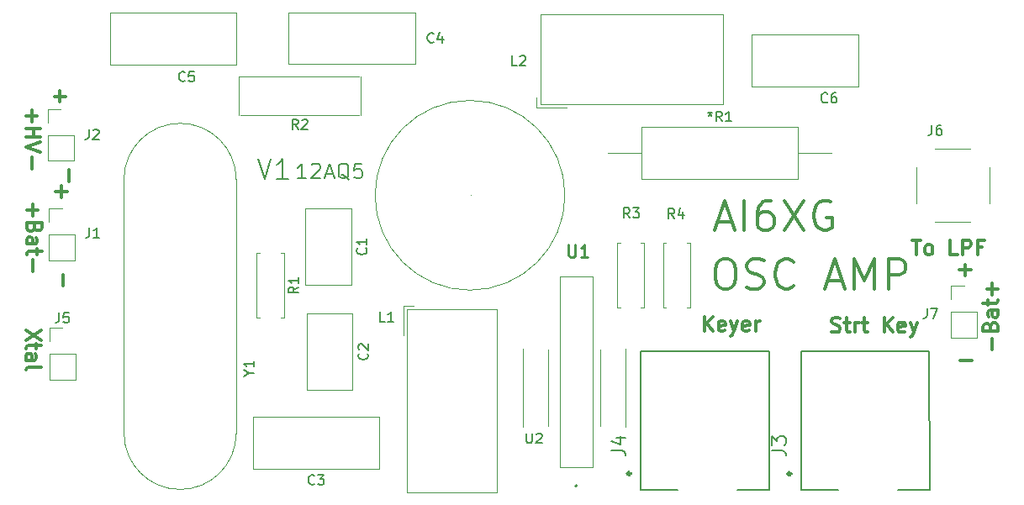
<source format=gbr>
%TF.GenerationSoftware,KiCad,Pcbnew,(6.0.7)*%
%TF.CreationDate,2022-09-09T14:56:33-07:00*%
%TF.ProjectId,12AQ5 osc amp,31324151-3520-46f7-9363-20616d702e6b,rev?*%
%TF.SameCoordinates,Original*%
%TF.FileFunction,Legend,Top*%
%TF.FilePolarity,Positive*%
%FSLAX46Y46*%
G04 Gerber Fmt 4.6, Leading zero omitted, Abs format (unit mm)*
G04 Created by KiCad (PCBNEW (6.0.7)) date 2022-09-09 14:56:33*
%MOMM*%
%LPD*%
G01*
G04 APERTURE LIST*
%ADD10C,0.300000*%
%ADD11C,0.150000*%
%ADD12C,0.254000*%
%ADD13C,0.200000*%
%ADD14C,0.120000*%
%ADD15C,0.100000*%
%ADD16C,0.127000*%
%ADD17C,0.340000*%
G04 APERTURE END LIST*
D10*
X113971428Y-135128571D02*
X114828571Y-135128571D01*
X114400000Y-136628571D02*
X114400000Y-135128571D01*
X115542857Y-136628571D02*
X115400000Y-136557142D01*
X115328571Y-136485714D01*
X115257142Y-136342857D01*
X115257142Y-135914285D01*
X115328571Y-135771428D01*
X115400000Y-135700000D01*
X115542857Y-135628571D01*
X115757142Y-135628571D01*
X115900000Y-135700000D01*
X115971428Y-135771428D01*
X116042857Y-135914285D01*
X116042857Y-136342857D01*
X115971428Y-136485714D01*
X115900000Y-136557142D01*
X115757142Y-136628571D01*
X115542857Y-136628571D01*
X118542857Y-136628571D02*
X117828571Y-136628571D01*
X117828571Y-135128571D01*
X119042857Y-136628571D02*
X119042857Y-135128571D01*
X119614285Y-135128571D01*
X119757142Y-135200000D01*
X119828571Y-135271428D01*
X119900000Y-135414285D01*
X119900000Y-135628571D01*
X119828571Y-135771428D01*
X119757142Y-135842857D01*
X119614285Y-135914285D01*
X119042857Y-135914285D01*
X121042857Y-135842857D02*
X120542857Y-135842857D01*
X120542857Y-136628571D02*
X120542857Y-135128571D01*
X121257142Y-135128571D01*
D11*
X52921428Y-128928571D02*
X52064285Y-128928571D01*
X52492857Y-128928571D02*
X52492857Y-127428571D01*
X52350000Y-127642857D01*
X52207142Y-127785714D01*
X52064285Y-127857142D01*
X53492857Y-127571428D02*
X53564285Y-127500000D01*
X53707142Y-127428571D01*
X54064285Y-127428571D01*
X54207142Y-127500000D01*
X54278571Y-127571428D01*
X54350000Y-127714285D01*
X54350000Y-127857142D01*
X54278571Y-128071428D01*
X53421428Y-128928571D01*
X54350000Y-128928571D01*
X54921428Y-128500000D02*
X55635714Y-128500000D01*
X54778571Y-128928571D02*
X55278571Y-127428571D01*
X55778571Y-128928571D01*
X57278571Y-129071428D02*
X57135714Y-129000000D01*
X56992857Y-128857142D01*
X56778571Y-128642857D01*
X56635714Y-128571428D01*
X56492857Y-128571428D01*
X56564285Y-128928571D02*
X56421428Y-128857142D01*
X56278571Y-128714285D01*
X56207142Y-128428571D01*
X56207142Y-127928571D01*
X56278571Y-127642857D01*
X56421428Y-127500000D01*
X56564285Y-127428571D01*
X56850000Y-127428571D01*
X56992857Y-127500000D01*
X57135714Y-127642857D01*
X57207142Y-127928571D01*
X57207142Y-128428571D01*
X57135714Y-128714285D01*
X56992857Y-128857142D01*
X56850000Y-128928571D01*
X56564285Y-128928571D01*
X58564285Y-127428571D02*
X57850000Y-127428571D01*
X57778571Y-128142857D01*
X57850000Y-128071428D01*
X57992857Y-128000000D01*
X58350000Y-128000000D01*
X58492857Y-128071428D01*
X58564285Y-128142857D01*
X58635714Y-128285714D01*
X58635714Y-128642857D01*
X58564285Y-128785714D01*
X58492857Y-128857142D01*
X58350000Y-128928571D01*
X57992857Y-128928571D01*
X57850000Y-128857142D01*
X57778571Y-128785714D01*
D10*
X118828571Y-147257142D02*
X119971428Y-147257142D01*
X25392857Y-131542857D02*
X25392857Y-132685714D01*
X24821428Y-132114285D02*
X25964285Y-132114285D01*
X25607142Y-133900000D02*
X25535714Y-134114285D01*
X25464285Y-134185714D01*
X25321428Y-134257142D01*
X25107142Y-134257142D01*
X24964285Y-134185714D01*
X24892857Y-134114285D01*
X24821428Y-133971428D01*
X24821428Y-133400000D01*
X26321428Y-133400000D01*
X26321428Y-133900000D01*
X26250000Y-134042857D01*
X26178571Y-134114285D01*
X26035714Y-134185714D01*
X25892857Y-134185714D01*
X25750000Y-134114285D01*
X25678571Y-134042857D01*
X25607142Y-133900000D01*
X25607142Y-133400000D01*
X24821428Y-135542857D02*
X25607142Y-135542857D01*
X25750000Y-135471428D01*
X25821428Y-135328571D01*
X25821428Y-135042857D01*
X25750000Y-134900000D01*
X24892857Y-135542857D02*
X24821428Y-135400000D01*
X24821428Y-135042857D01*
X24892857Y-134900000D01*
X25035714Y-134828571D01*
X25178571Y-134828571D01*
X25321428Y-134900000D01*
X25392857Y-135042857D01*
X25392857Y-135400000D01*
X25464285Y-135542857D01*
X25821428Y-136042857D02*
X25821428Y-136614285D01*
X26321428Y-136257142D02*
X25035714Y-136257142D01*
X24892857Y-136328571D01*
X24821428Y-136471428D01*
X24821428Y-136614285D01*
X25392857Y-137114285D02*
X25392857Y-138257142D01*
X93035714Y-144328571D02*
X93035714Y-142828571D01*
X93892857Y-144328571D02*
X93250000Y-143471428D01*
X93892857Y-142828571D02*
X93035714Y-143685714D01*
X95107142Y-144257142D02*
X94964285Y-144328571D01*
X94678571Y-144328571D01*
X94535714Y-144257142D01*
X94464285Y-144114285D01*
X94464285Y-143542857D01*
X94535714Y-143400000D01*
X94678571Y-143328571D01*
X94964285Y-143328571D01*
X95107142Y-143400000D01*
X95178571Y-143542857D01*
X95178571Y-143685714D01*
X94464285Y-143828571D01*
X95678571Y-143328571D02*
X96035714Y-144328571D01*
X96392857Y-143328571D02*
X96035714Y-144328571D01*
X95892857Y-144685714D01*
X95821428Y-144757142D01*
X95678571Y-144828571D01*
X97535714Y-144257142D02*
X97392857Y-144328571D01*
X97107142Y-144328571D01*
X96964285Y-144257142D01*
X96892857Y-144114285D01*
X96892857Y-143542857D01*
X96964285Y-143400000D01*
X97107142Y-143328571D01*
X97392857Y-143328571D01*
X97535714Y-143400000D01*
X97607142Y-143542857D01*
X97607142Y-143685714D01*
X96892857Y-143828571D01*
X98250000Y-144328571D02*
X98250000Y-143328571D01*
X98250000Y-143614285D02*
X98321428Y-143471428D01*
X98392857Y-143400000D01*
X98535714Y-143328571D01*
X98678571Y-143328571D01*
X122057142Y-146207142D02*
X122057142Y-145064285D01*
X121842857Y-143850000D02*
X121914285Y-143635714D01*
X121985714Y-143564285D01*
X122128571Y-143492857D01*
X122342857Y-143492857D01*
X122485714Y-143564285D01*
X122557142Y-143635714D01*
X122628571Y-143778571D01*
X122628571Y-144350000D01*
X121128571Y-144350000D01*
X121128571Y-143850000D01*
X121200000Y-143707142D01*
X121271428Y-143635714D01*
X121414285Y-143564285D01*
X121557142Y-143564285D01*
X121700000Y-143635714D01*
X121771428Y-143707142D01*
X121842857Y-143850000D01*
X121842857Y-144350000D01*
X122628571Y-142207142D02*
X121842857Y-142207142D01*
X121700000Y-142278571D01*
X121628571Y-142421428D01*
X121628571Y-142707142D01*
X121700000Y-142850000D01*
X122557142Y-142207142D02*
X122628571Y-142350000D01*
X122628571Y-142707142D01*
X122557142Y-142850000D01*
X122414285Y-142921428D01*
X122271428Y-142921428D01*
X122128571Y-142850000D01*
X122057142Y-142707142D01*
X122057142Y-142350000D01*
X121985714Y-142207142D01*
X121628571Y-141707142D02*
X121628571Y-141135714D01*
X121128571Y-141492857D02*
X122414285Y-141492857D01*
X122557142Y-141421428D01*
X122628571Y-141278571D01*
X122628571Y-141135714D01*
X122057142Y-140635714D02*
X122057142Y-139492857D01*
X122628571Y-140064285D02*
X121485714Y-140064285D01*
X27578571Y-120657142D02*
X28721428Y-120657142D01*
X28150000Y-121228571D02*
X28150000Y-120085714D01*
X25292857Y-122071428D02*
X25292857Y-123214285D01*
X24721428Y-122642857D02*
X25864285Y-122642857D01*
X24721428Y-123928571D02*
X26221428Y-123928571D01*
X25507142Y-123928571D02*
X25507142Y-124785714D01*
X24721428Y-124785714D02*
X26221428Y-124785714D01*
X26221428Y-125285714D02*
X24721428Y-125785714D01*
X26221428Y-126285714D01*
X25292857Y-126785714D02*
X25292857Y-127928571D01*
X94892857Y-137057142D02*
X95464285Y-137057142D01*
X95750000Y-137200000D01*
X96035714Y-137485714D01*
X96178571Y-138057142D01*
X96178571Y-139057142D01*
X96035714Y-139628571D01*
X95750000Y-139914285D01*
X95464285Y-140057142D01*
X94892857Y-140057142D01*
X94607142Y-139914285D01*
X94321428Y-139628571D01*
X94178571Y-139057142D01*
X94178571Y-138057142D01*
X94321428Y-137485714D01*
X94607142Y-137200000D01*
X94892857Y-137057142D01*
X97321428Y-139914285D02*
X97750000Y-140057142D01*
X98464285Y-140057142D01*
X98750000Y-139914285D01*
X98892857Y-139771428D01*
X99035714Y-139485714D01*
X99035714Y-139200000D01*
X98892857Y-138914285D01*
X98750000Y-138771428D01*
X98464285Y-138628571D01*
X97892857Y-138485714D01*
X97607142Y-138342857D01*
X97464285Y-138200000D01*
X97321428Y-137914285D01*
X97321428Y-137628571D01*
X97464285Y-137342857D01*
X97607142Y-137200000D01*
X97892857Y-137057142D01*
X98607142Y-137057142D01*
X99035714Y-137200000D01*
X102035714Y-139771428D02*
X101892857Y-139914285D01*
X101464285Y-140057142D01*
X101178571Y-140057142D01*
X100750000Y-139914285D01*
X100464285Y-139628571D01*
X100321428Y-139342857D01*
X100178571Y-138771428D01*
X100178571Y-138342857D01*
X100321428Y-137771428D01*
X100464285Y-137485714D01*
X100750000Y-137200000D01*
X101178571Y-137057142D01*
X101464285Y-137057142D01*
X101892857Y-137200000D01*
X102035714Y-137342857D01*
X105464285Y-139200000D02*
X106892857Y-139200000D01*
X105178571Y-140057142D02*
X106178571Y-137057142D01*
X107178571Y-140057142D01*
X108178571Y-140057142D02*
X108178571Y-137057142D01*
X109178571Y-139200000D01*
X110178571Y-137057142D01*
X110178571Y-140057142D01*
X111607142Y-140057142D02*
X111607142Y-137057142D01*
X112750000Y-137057142D01*
X113035714Y-137200000D01*
X113178571Y-137342857D01*
X113321428Y-137628571D01*
X113321428Y-138057142D01*
X113178571Y-138342857D01*
X113035714Y-138485714D01*
X112750000Y-138628571D01*
X111607142Y-138628571D01*
X29057142Y-129221428D02*
X29057142Y-128078571D01*
X94364285Y-133300000D02*
X95792857Y-133300000D01*
X94078571Y-134157142D02*
X95078571Y-131157142D01*
X96078571Y-134157142D01*
X97078571Y-134157142D02*
X97078571Y-131157142D01*
X99792857Y-131157142D02*
X99221428Y-131157142D01*
X98935714Y-131300000D01*
X98792857Y-131442857D01*
X98507142Y-131871428D01*
X98364285Y-132442857D01*
X98364285Y-133585714D01*
X98507142Y-133871428D01*
X98650000Y-134014285D01*
X98935714Y-134157142D01*
X99507142Y-134157142D01*
X99792857Y-134014285D01*
X99935714Y-133871428D01*
X100078571Y-133585714D01*
X100078571Y-132871428D01*
X99935714Y-132585714D01*
X99792857Y-132442857D01*
X99507142Y-132300000D01*
X98935714Y-132300000D01*
X98650000Y-132442857D01*
X98507142Y-132585714D01*
X98364285Y-132871428D01*
X101078571Y-131157142D02*
X103078571Y-134157142D01*
X103078571Y-131157142D02*
X101078571Y-134157142D01*
X105792857Y-131300000D02*
X105507142Y-131157142D01*
X105078571Y-131157142D01*
X104650000Y-131300000D01*
X104364285Y-131585714D01*
X104221428Y-131871428D01*
X104078571Y-132442857D01*
X104078571Y-132871428D01*
X104221428Y-133442857D01*
X104364285Y-133728571D01*
X104650000Y-134014285D01*
X105078571Y-134157142D01*
X105364285Y-134157142D01*
X105792857Y-134014285D01*
X105935714Y-133871428D01*
X105935714Y-132871428D01*
X105364285Y-132871428D01*
X118728571Y-138157142D02*
X119871428Y-138157142D01*
X119300000Y-138728571D02*
X119300000Y-137585714D01*
X26271428Y-144200000D02*
X24771428Y-145200000D01*
X26271428Y-145200000D02*
X24771428Y-144200000D01*
X25771428Y-145557142D02*
X25771428Y-146128571D01*
X26271428Y-145771428D02*
X24985714Y-145771428D01*
X24842857Y-145842857D01*
X24771428Y-145985714D01*
X24771428Y-146128571D01*
X24771428Y-147271428D02*
X25557142Y-147271428D01*
X25700000Y-147200000D01*
X25771428Y-147057142D01*
X25771428Y-146771428D01*
X25700000Y-146628571D01*
X24842857Y-147271428D02*
X24771428Y-147128571D01*
X24771428Y-146771428D01*
X24842857Y-146628571D01*
X24985714Y-146557142D01*
X25128571Y-146557142D01*
X25271428Y-146628571D01*
X25342857Y-146771428D01*
X25342857Y-147128571D01*
X25414285Y-147271428D01*
X24771428Y-148200000D02*
X24842857Y-148057142D01*
X24985714Y-147985714D01*
X26271428Y-147985714D01*
X28457142Y-139771428D02*
X28457142Y-138628571D01*
X105864285Y-144357142D02*
X106078571Y-144428571D01*
X106435714Y-144428571D01*
X106578571Y-144357142D01*
X106650000Y-144285714D01*
X106721428Y-144142857D01*
X106721428Y-144000000D01*
X106650000Y-143857142D01*
X106578571Y-143785714D01*
X106435714Y-143714285D01*
X106150000Y-143642857D01*
X106007142Y-143571428D01*
X105935714Y-143500000D01*
X105864285Y-143357142D01*
X105864285Y-143214285D01*
X105935714Y-143071428D01*
X106007142Y-143000000D01*
X106150000Y-142928571D01*
X106507142Y-142928571D01*
X106721428Y-143000000D01*
X107150000Y-143428571D02*
X107721428Y-143428571D01*
X107364285Y-142928571D02*
X107364285Y-144214285D01*
X107435714Y-144357142D01*
X107578571Y-144428571D01*
X107721428Y-144428571D01*
X108221428Y-144428571D02*
X108221428Y-143428571D01*
X108221428Y-143714285D02*
X108292857Y-143571428D01*
X108364285Y-143500000D01*
X108507142Y-143428571D01*
X108650000Y-143428571D01*
X108935714Y-143428571D02*
X109507142Y-143428571D01*
X109150000Y-142928571D02*
X109150000Y-144214285D01*
X109221428Y-144357142D01*
X109364285Y-144428571D01*
X109507142Y-144428571D01*
X111150000Y-144428571D02*
X111150000Y-142928571D01*
X112007142Y-144428571D02*
X111364285Y-143571428D01*
X112007142Y-142928571D02*
X111150000Y-143785714D01*
X113221428Y-144357142D02*
X113078571Y-144428571D01*
X112792857Y-144428571D01*
X112650000Y-144357142D01*
X112578571Y-144214285D01*
X112578571Y-143642857D01*
X112650000Y-143500000D01*
X112792857Y-143428571D01*
X113078571Y-143428571D01*
X113221428Y-143500000D01*
X113292857Y-143642857D01*
X113292857Y-143785714D01*
X112578571Y-143928571D01*
X113792857Y-143428571D02*
X114150000Y-144428571D01*
X114507142Y-143428571D02*
X114150000Y-144428571D01*
X114007142Y-144785714D01*
X113935714Y-144857142D01*
X113792857Y-144928571D01*
X27728571Y-130257142D02*
X28871428Y-130257142D01*
X28300000Y-130828571D02*
X28300000Y-129685714D01*
D11*
%TO.C,J7*%
X115466666Y-142002380D02*
X115466666Y-142716666D01*
X115419047Y-142859523D01*
X115323809Y-142954761D01*
X115180952Y-143002380D01*
X115085714Y-143002380D01*
X115847619Y-142002380D02*
X116514285Y-142002380D01*
X116085714Y-143002380D01*
D12*
%TO.C,U1*%
X79332380Y-135604523D02*
X79332380Y-136632619D01*
X79392857Y-136753571D01*
X79453333Y-136814047D01*
X79574285Y-136874523D01*
X79816190Y-136874523D01*
X79937142Y-136814047D01*
X79997619Y-136753571D01*
X80058095Y-136632619D01*
X80058095Y-135604523D01*
X81328095Y-136874523D02*
X80602380Y-136874523D01*
X80965238Y-136874523D02*
X80965238Y-135604523D01*
X80844285Y-135785952D01*
X80723333Y-135906904D01*
X80602380Y-135967380D01*
D11*
%TO.C,J4*%
X83702121Y-156319395D02*
X84703167Y-156319395D01*
X84903376Y-156386131D01*
X85036849Y-156519604D01*
X85103586Y-156719813D01*
X85103586Y-156853286D01*
X84169276Y-155051402D02*
X85103586Y-155051402D01*
X83635384Y-155385085D02*
X84636431Y-155718767D01*
X84636431Y-154851193D01*
%TO.C,C6*%
X105433333Y-121207142D02*
X105385714Y-121254761D01*
X105242857Y-121302380D01*
X105147619Y-121302380D01*
X105004761Y-121254761D01*
X104909523Y-121159523D01*
X104861904Y-121064285D01*
X104814285Y-120873809D01*
X104814285Y-120730952D01*
X104861904Y-120540476D01*
X104909523Y-120445238D01*
X105004761Y-120350000D01*
X105147619Y-120302380D01*
X105242857Y-120302380D01*
X105385714Y-120350000D01*
X105433333Y-120397619D01*
X106290476Y-120302380D02*
X106100000Y-120302380D01*
X106004761Y-120350000D01*
X105957142Y-120397619D01*
X105861904Y-120540476D01*
X105814285Y-120730952D01*
X105814285Y-121111904D01*
X105861904Y-121207142D01*
X105909523Y-121254761D01*
X106004761Y-121302380D01*
X106195238Y-121302380D01*
X106290476Y-121254761D01*
X106338095Y-121207142D01*
X106385714Y-121111904D01*
X106385714Y-120873809D01*
X106338095Y-120778571D01*
X106290476Y-120730952D01*
X106195238Y-120683333D01*
X106004761Y-120683333D01*
X105909523Y-120730952D01*
X105861904Y-120778571D01*
X105814285Y-120873809D01*
%TO.C,J2*%
X31066666Y-124002380D02*
X31066666Y-124716666D01*
X31019047Y-124859523D01*
X30923809Y-124954761D01*
X30780952Y-125002380D01*
X30685714Y-125002380D01*
X31495238Y-124097619D02*
X31542857Y-124050000D01*
X31638095Y-124002380D01*
X31876190Y-124002380D01*
X31971428Y-124050000D01*
X32019047Y-124097619D01*
X32066666Y-124192857D01*
X32066666Y-124288095D01*
X32019047Y-124430952D01*
X31447619Y-125002380D01*
X32066666Y-125002380D01*
D13*
%TO.C,V1*%
X48080952Y-126954761D02*
X48747619Y-128954761D01*
X49414285Y-126954761D01*
X51128571Y-128954761D02*
X49985714Y-128954761D01*
X50557142Y-128954761D02*
X50557142Y-126954761D01*
X50366666Y-127240476D01*
X50176190Y-127430952D01*
X49985714Y-127526190D01*
D11*
%TO.C,L2*%
X74183333Y-117552380D02*
X73707142Y-117552380D01*
X73707142Y-116552380D01*
X74469047Y-116647619D02*
X74516666Y-116600000D01*
X74611904Y-116552380D01*
X74850000Y-116552380D01*
X74945238Y-116600000D01*
X74992857Y-116647619D01*
X75040476Y-116742857D01*
X75040476Y-116838095D01*
X74992857Y-116980952D01*
X74421428Y-117552380D01*
X75040476Y-117552380D01*
%TO.C,C2*%
X59107142Y-146566666D02*
X59154761Y-146614285D01*
X59202380Y-146757142D01*
X59202380Y-146852380D01*
X59154761Y-146995238D01*
X59059523Y-147090476D01*
X58964285Y-147138095D01*
X58773809Y-147185714D01*
X58630952Y-147185714D01*
X58440476Y-147138095D01*
X58345238Y-147090476D01*
X58250000Y-146995238D01*
X58202380Y-146852380D01*
X58202380Y-146757142D01*
X58250000Y-146614285D01*
X58297619Y-146566666D01*
X58297619Y-146185714D02*
X58250000Y-146138095D01*
X58202380Y-146042857D01*
X58202380Y-145804761D01*
X58250000Y-145709523D01*
X58297619Y-145661904D01*
X58392857Y-145614285D01*
X58488095Y-145614285D01*
X58630952Y-145661904D01*
X59202380Y-146233333D01*
X59202380Y-145614285D01*
%TO.C,\u002AR1*%
X93623809Y-122182380D02*
X93623809Y-122420476D01*
X93385714Y-122325238D02*
X93623809Y-122420476D01*
X93861904Y-122325238D01*
X93480952Y-122610952D02*
X93623809Y-122420476D01*
X93766666Y-122610952D01*
X94814285Y-123182380D02*
X94480952Y-122706190D01*
X94242857Y-123182380D02*
X94242857Y-122182380D01*
X94623809Y-122182380D01*
X94719047Y-122230000D01*
X94766666Y-122277619D01*
X94814285Y-122372857D01*
X94814285Y-122515714D01*
X94766666Y-122610952D01*
X94719047Y-122658571D01*
X94623809Y-122706190D01*
X94242857Y-122706190D01*
X95766666Y-123182380D02*
X95195238Y-123182380D01*
X95480952Y-123182380D02*
X95480952Y-122182380D01*
X95385714Y-122325238D01*
X95290476Y-122420476D01*
X95195238Y-122468095D01*
%TO.C,R2*%
X52133333Y-123972380D02*
X51800000Y-123496190D01*
X51561904Y-123972380D02*
X51561904Y-122972380D01*
X51942857Y-122972380D01*
X52038095Y-123020000D01*
X52085714Y-123067619D01*
X52133333Y-123162857D01*
X52133333Y-123305714D01*
X52085714Y-123400952D01*
X52038095Y-123448571D01*
X51942857Y-123496190D01*
X51561904Y-123496190D01*
X52514285Y-123067619D02*
X52561904Y-123020000D01*
X52657142Y-122972380D01*
X52895238Y-122972380D01*
X52990476Y-123020000D01*
X53038095Y-123067619D01*
X53085714Y-123162857D01*
X53085714Y-123258095D01*
X53038095Y-123400952D01*
X52466666Y-123972380D01*
X53085714Y-123972380D01*
%TO.C,J6*%
X115966666Y-123552380D02*
X115966666Y-124266666D01*
X115919047Y-124409523D01*
X115823809Y-124504761D01*
X115680952Y-124552380D01*
X115585714Y-124552380D01*
X116871428Y-123552380D02*
X116680952Y-123552380D01*
X116585714Y-123600000D01*
X116538095Y-123647619D01*
X116442857Y-123790476D01*
X116395238Y-123980952D01*
X116395238Y-124361904D01*
X116442857Y-124457142D01*
X116490476Y-124504761D01*
X116585714Y-124552380D01*
X116776190Y-124552380D01*
X116871428Y-124504761D01*
X116919047Y-124457142D01*
X116966666Y-124361904D01*
X116966666Y-124123809D01*
X116919047Y-124028571D01*
X116871428Y-123980952D01*
X116776190Y-123933333D01*
X116585714Y-123933333D01*
X116490476Y-123980952D01*
X116442857Y-124028571D01*
X116395238Y-124123809D01*
%TO.C,R3*%
X85533333Y-132902380D02*
X85200000Y-132426190D01*
X84961904Y-132902380D02*
X84961904Y-131902380D01*
X85342857Y-131902380D01*
X85438095Y-131950000D01*
X85485714Y-131997619D01*
X85533333Y-132092857D01*
X85533333Y-132235714D01*
X85485714Y-132330952D01*
X85438095Y-132378571D01*
X85342857Y-132426190D01*
X84961904Y-132426190D01*
X85866666Y-131902380D02*
X86485714Y-131902380D01*
X86152380Y-132283333D01*
X86295238Y-132283333D01*
X86390476Y-132330952D01*
X86438095Y-132378571D01*
X86485714Y-132473809D01*
X86485714Y-132711904D01*
X86438095Y-132807142D01*
X86390476Y-132854761D01*
X86295238Y-132902380D01*
X86009523Y-132902380D01*
X85914285Y-132854761D01*
X85866666Y-132807142D01*
%TO.C,L1*%
X60883333Y-143352380D02*
X60407142Y-143352380D01*
X60407142Y-142352380D01*
X61740476Y-143352380D02*
X61169047Y-143352380D01*
X61454761Y-143352380D02*
X61454761Y-142352380D01*
X61359523Y-142495238D01*
X61264285Y-142590476D01*
X61169047Y-142638095D01*
%TO.C,C3*%
X53783333Y-159707142D02*
X53735714Y-159754761D01*
X53592857Y-159802380D01*
X53497619Y-159802380D01*
X53354761Y-159754761D01*
X53259523Y-159659523D01*
X53211904Y-159564285D01*
X53164285Y-159373809D01*
X53164285Y-159230952D01*
X53211904Y-159040476D01*
X53259523Y-158945238D01*
X53354761Y-158850000D01*
X53497619Y-158802380D01*
X53592857Y-158802380D01*
X53735714Y-158850000D01*
X53783333Y-158897619D01*
X54116666Y-158802380D02*
X54735714Y-158802380D01*
X54402380Y-159183333D01*
X54545238Y-159183333D01*
X54640476Y-159230952D01*
X54688095Y-159278571D01*
X54735714Y-159373809D01*
X54735714Y-159611904D01*
X54688095Y-159707142D01*
X54640476Y-159754761D01*
X54545238Y-159802380D01*
X54259523Y-159802380D01*
X54164285Y-159754761D01*
X54116666Y-159707142D01*
%TO.C,J5*%
X28066666Y-142447380D02*
X28066666Y-143161666D01*
X28019047Y-143304523D01*
X27923809Y-143399761D01*
X27780952Y-143447380D01*
X27685714Y-143447380D01*
X29019047Y-142447380D02*
X28542857Y-142447380D01*
X28495238Y-142923571D01*
X28542857Y-142875952D01*
X28638095Y-142828333D01*
X28876190Y-142828333D01*
X28971428Y-142875952D01*
X29019047Y-142923571D01*
X29066666Y-143018809D01*
X29066666Y-143256904D01*
X29019047Y-143352142D01*
X28971428Y-143399761D01*
X28876190Y-143447380D01*
X28638095Y-143447380D01*
X28542857Y-143399761D01*
X28495238Y-143352142D01*
%TO.C,R1*%
X52172380Y-139866666D02*
X51696190Y-140200000D01*
X52172380Y-140438095D02*
X51172380Y-140438095D01*
X51172380Y-140057142D01*
X51220000Y-139961904D01*
X51267619Y-139914285D01*
X51362857Y-139866666D01*
X51505714Y-139866666D01*
X51600952Y-139914285D01*
X51648571Y-139961904D01*
X51696190Y-140057142D01*
X51696190Y-140438095D01*
X52172380Y-138914285D02*
X52172380Y-139485714D01*
X52172380Y-139200000D02*
X51172380Y-139200000D01*
X51315238Y-139295238D01*
X51410476Y-139390476D01*
X51458095Y-139485714D01*
%TO.C,U2*%
X75138095Y-154602380D02*
X75138095Y-155411904D01*
X75185714Y-155507142D01*
X75233333Y-155554761D01*
X75328571Y-155602380D01*
X75519047Y-155602380D01*
X75614285Y-155554761D01*
X75661904Y-155507142D01*
X75709523Y-155411904D01*
X75709523Y-154602380D01*
X76138095Y-154697619D02*
X76185714Y-154650000D01*
X76280952Y-154602380D01*
X76519047Y-154602380D01*
X76614285Y-154650000D01*
X76661904Y-154697619D01*
X76709523Y-154792857D01*
X76709523Y-154888095D01*
X76661904Y-155030952D01*
X76090476Y-155602380D01*
X76709523Y-155602380D01*
%TO.C,C1*%
X58957142Y-135966666D02*
X59004761Y-136014285D01*
X59052380Y-136157142D01*
X59052380Y-136252380D01*
X59004761Y-136395238D01*
X58909523Y-136490476D01*
X58814285Y-136538095D01*
X58623809Y-136585714D01*
X58480952Y-136585714D01*
X58290476Y-136538095D01*
X58195238Y-136490476D01*
X58100000Y-136395238D01*
X58052380Y-136252380D01*
X58052380Y-136157142D01*
X58100000Y-136014285D01*
X58147619Y-135966666D01*
X59052380Y-135014285D02*
X59052380Y-135585714D01*
X59052380Y-135300000D02*
X58052380Y-135300000D01*
X58195238Y-135395238D01*
X58290476Y-135490476D01*
X58338095Y-135585714D01*
%TO.C,R4*%
X90033333Y-132952380D02*
X89700000Y-132476190D01*
X89461904Y-132952380D02*
X89461904Y-131952380D01*
X89842857Y-131952380D01*
X89938095Y-132000000D01*
X89985714Y-132047619D01*
X90033333Y-132142857D01*
X90033333Y-132285714D01*
X89985714Y-132380952D01*
X89938095Y-132428571D01*
X89842857Y-132476190D01*
X89461904Y-132476190D01*
X90890476Y-132285714D02*
X90890476Y-132952380D01*
X90652380Y-131904761D02*
X90414285Y-132619047D01*
X91033333Y-132619047D01*
%TO.C,J1*%
X31116666Y-133902380D02*
X31116666Y-134616666D01*
X31069047Y-134759523D01*
X30973809Y-134854761D01*
X30830952Y-134902380D01*
X30735714Y-134902380D01*
X32116666Y-134902380D02*
X31545238Y-134902380D01*
X31830952Y-134902380D02*
X31830952Y-133902380D01*
X31735714Y-134045238D01*
X31640476Y-134140476D01*
X31545238Y-134188095D01*
%TO.C,C5*%
X40733333Y-119057142D02*
X40685714Y-119104761D01*
X40542857Y-119152380D01*
X40447619Y-119152380D01*
X40304761Y-119104761D01*
X40209523Y-119009523D01*
X40161904Y-118914285D01*
X40114285Y-118723809D01*
X40114285Y-118580952D01*
X40161904Y-118390476D01*
X40209523Y-118295238D01*
X40304761Y-118200000D01*
X40447619Y-118152380D01*
X40542857Y-118152380D01*
X40685714Y-118200000D01*
X40733333Y-118247619D01*
X41638095Y-118152380D02*
X41161904Y-118152380D01*
X41114285Y-118628571D01*
X41161904Y-118580952D01*
X41257142Y-118533333D01*
X41495238Y-118533333D01*
X41590476Y-118580952D01*
X41638095Y-118628571D01*
X41685714Y-118723809D01*
X41685714Y-118961904D01*
X41638095Y-119057142D01*
X41590476Y-119104761D01*
X41495238Y-119152380D01*
X41257142Y-119152380D01*
X41161904Y-119104761D01*
X41114285Y-119057142D01*
%TO.C,C4*%
X65783333Y-115157142D02*
X65735714Y-115204761D01*
X65592857Y-115252380D01*
X65497619Y-115252380D01*
X65354761Y-115204761D01*
X65259523Y-115109523D01*
X65211904Y-115014285D01*
X65164285Y-114823809D01*
X65164285Y-114680952D01*
X65211904Y-114490476D01*
X65259523Y-114395238D01*
X65354761Y-114300000D01*
X65497619Y-114252380D01*
X65592857Y-114252380D01*
X65735714Y-114300000D01*
X65783333Y-114347619D01*
X66640476Y-114585714D02*
X66640476Y-115252380D01*
X66402380Y-114204761D02*
X66164285Y-114919047D01*
X66783333Y-114919047D01*
%TO.C,J3*%
X99850221Y-156319395D02*
X100851267Y-156319395D01*
X101051476Y-156386131D01*
X101184949Y-156519604D01*
X101251686Y-156719813D01*
X101251686Y-156853286D01*
X99850221Y-155785503D02*
X99850221Y-154917930D01*
X100384112Y-155385085D01*
X100384112Y-155184875D01*
X100450848Y-155051402D01*
X100517585Y-154984666D01*
X100651058Y-154917930D01*
X100984740Y-154917930D01*
X101118213Y-154984666D01*
X101184949Y-155051402D01*
X101251686Y-155184875D01*
X101251686Y-155585294D01*
X101184949Y-155718767D01*
X101118213Y-155785503D01*
%TO.C,Y1*%
X47176190Y-148526190D02*
X47652380Y-148526190D01*
X46652380Y-148859523D02*
X47176190Y-148526190D01*
X46652380Y-148192857D01*
X47652380Y-147335714D02*
X47652380Y-147907142D01*
X47652380Y-147621428D02*
X46652380Y-147621428D01*
X46795238Y-147716666D01*
X46890476Y-147811904D01*
X46938095Y-147907142D01*
D14*
%TO.C,J7*%
X117870000Y-141100000D02*
X117870000Y-139770000D01*
X120530000Y-142370000D02*
X120530000Y-144970000D01*
X117870000Y-144970000D02*
X120530000Y-144970000D01*
X117870000Y-139770000D02*
X119200000Y-139770000D01*
X117870000Y-142370000D02*
X120530000Y-142370000D01*
X117870000Y-142370000D02*
X117870000Y-144970000D01*
D15*
%TO.C,U1*%
X81801000Y-157991500D02*
X78499000Y-157991500D01*
D13*
X80150000Y-159810500D02*
X80150000Y-159810500D01*
D15*
X78499000Y-157991500D02*
X78499000Y-138789500D01*
X81801000Y-138789500D02*
X81801000Y-157991500D01*
X78499000Y-138789500D02*
X81801000Y-138789500D01*
D13*
X80150000Y-159810500D02*
G75*
G03*
X80150000Y-160010500I0J-100000D01*
G01*
X80150000Y-160010500D02*
G75*
G03*
X80150000Y-159810500I0J100000D01*
G01*
D16*
%TO.C,J4*%
X90367900Y-160300000D02*
X86636900Y-160303400D01*
X86662300Y-146308000D02*
X99559200Y-146304000D01*
X86636900Y-160303400D02*
X86662300Y-146308000D01*
X99590900Y-160303400D02*
X96367900Y-160300000D01*
X99559200Y-146304000D02*
X99590900Y-160303400D01*
D17*
X85638500Y-158677800D02*
G75*
G03*
X85638500Y-158677800I-170000J0D01*
G01*
D14*
%TO.C,C6*%
X108570000Y-119670000D02*
X97830000Y-119670000D01*
X108570000Y-114430000D02*
X97830000Y-114430000D01*
X97830000Y-119670000D02*
X97830000Y-114430000D01*
X108570000Y-119670000D02*
X108570000Y-114430000D01*
%TO.C,J2*%
X26920000Y-124545000D02*
X26920000Y-127145000D01*
X26920000Y-121945000D02*
X28250000Y-121945000D01*
X29580000Y-124545000D02*
X29580000Y-127145000D01*
X26920000Y-123275000D02*
X26920000Y-121945000D01*
X26920000Y-127145000D02*
X29580000Y-127145000D01*
X26920000Y-124545000D02*
X29580000Y-124545000D01*
%TO.C,V1*%
X79007838Y-130625400D02*
G75*
G03*
X79007838Y-130625400I-9558638J0D01*
G01*
X69500000Y-130600000D02*
G75*
G03*
X69500000Y-130600000I0J0D01*
G01*
%TO.C,L2*%
X76142500Y-121807500D02*
X79142500Y-121807500D01*
X76522500Y-121427500D02*
X76522500Y-112387500D01*
X76142500Y-121807500D02*
X76142500Y-120807500D01*
X76522500Y-112387500D02*
X94962500Y-112387500D01*
X94962500Y-121427500D02*
X76522500Y-121427500D01*
X94962500Y-112387500D02*
X94962500Y-121427500D01*
%TO.C,C2*%
X57621000Y-142530000D02*
X52979000Y-142530000D01*
X57621000Y-142530000D02*
X57621000Y-150270000D01*
X57621000Y-150270000D02*
X52979000Y-150270000D01*
X52979000Y-142530000D02*
X52979000Y-150270000D01*
%TO.C,\u002AR1*%
X102470000Y-128970000D02*
X102470000Y-123730000D01*
X105860000Y-126350000D02*
X102470000Y-126350000D01*
X86730000Y-123730000D02*
X86730000Y-128970000D01*
X102470000Y-123730000D02*
X86730000Y-123730000D01*
X83340000Y-126350000D02*
X86730000Y-126350000D01*
X86730000Y-128970000D02*
X102470000Y-128970000D01*
%TO.C,R2*%
X46180000Y-118680000D02*
X46180000Y-122520000D01*
X58420000Y-122520000D02*
X58420000Y-118680000D01*
X46331000Y-122520000D02*
X58243600Y-122520000D01*
X58269000Y-118695000D02*
X46254800Y-118695000D01*
%TO.C,J6*%
X116250000Y-125920000D02*
X119850000Y-125920000D01*
X114370000Y-127800000D02*
X114370000Y-131400000D01*
X116250000Y-133280000D02*
X119850000Y-133280000D01*
X121730000Y-127800000D02*
X121730000Y-131400000D01*
%TO.C,R3*%
X86640000Y-141970000D02*
X86970000Y-141970000D01*
X86970000Y-135430000D02*
X86640000Y-135430000D01*
X86970000Y-141970000D02*
X86970000Y-135430000D01*
X84560000Y-141970000D02*
X84230000Y-141970000D01*
X84230000Y-135430000D02*
X84560000Y-135430000D01*
X84230000Y-141970000D02*
X84230000Y-135430000D01*
%TO.C,L1*%
X62742500Y-141742500D02*
X63742500Y-141742500D01*
X72162500Y-160562500D02*
X63122500Y-160562500D01*
X63122500Y-142122500D02*
X72162500Y-142122500D01*
X72162500Y-142122500D02*
X72162500Y-160562500D01*
X62742500Y-141742500D02*
X62742500Y-144742500D01*
X63122500Y-160562500D02*
X63122500Y-142122500D01*
%TO.C,C3*%
X60320000Y-158220000D02*
X47580000Y-158220000D01*
X47580000Y-158220000D02*
X47580000Y-152980000D01*
X60320000Y-152980000D02*
X47580000Y-152980000D01*
X60320000Y-158220000D02*
X60320000Y-152980000D01*
%TO.C,J5*%
X27070000Y-145325000D02*
X27070000Y-143995000D01*
X27070000Y-146595000D02*
X27070000Y-149195000D01*
X27070000Y-143995000D02*
X28400000Y-143995000D01*
X29730000Y-146595000D02*
X29730000Y-149195000D01*
X27070000Y-149195000D02*
X29730000Y-149195000D01*
X27070000Y-146595000D02*
X29730000Y-146595000D01*
%TO.C,R1*%
X47980000Y-136430000D02*
X47980000Y-142970000D01*
X50720000Y-142970000D02*
X50390000Y-142970000D01*
X48310000Y-136430000D02*
X47980000Y-136430000D01*
X47980000Y-142970000D02*
X48310000Y-142970000D01*
X50390000Y-136430000D02*
X50720000Y-136430000D01*
X50720000Y-136430000D02*
X50720000Y-142970000D01*
%TO.C,U2*%
X85080000Y-153940000D02*
X85080000Y-146080000D01*
X82590000Y-153880000D02*
X82590000Y-146140000D01*
X74800000Y-146080000D02*
X74800000Y-153940000D01*
X77290000Y-146140000D02*
X77290000Y-153880000D01*
%TO.C,C1*%
X57471000Y-131930000D02*
X57471000Y-139670000D01*
X52829000Y-131930000D02*
X52829000Y-139670000D01*
X57471000Y-131930000D02*
X52829000Y-131930000D01*
X57471000Y-139670000D02*
X52829000Y-139670000D01*
%TO.C,R4*%
X89210000Y-135430000D02*
X88880000Y-135430000D01*
X91620000Y-141970000D02*
X91290000Y-141970000D01*
X88880000Y-141970000D02*
X89210000Y-141970000D01*
X88880000Y-135430000D02*
X88880000Y-141970000D01*
X91620000Y-135430000D02*
X91620000Y-141970000D01*
X91290000Y-135430000D02*
X91620000Y-135430000D01*
%TO.C,J1*%
X27020000Y-137170000D02*
X29680000Y-137170000D01*
X27020000Y-131970000D02*
X28350000Y-131970000D01*
X27020000Y-133300000D02*
X27020000Y-131970000D01*
X27020000Y-134570000D02*
X29680000Y-134570000D01*
X29680000Y-134570000D02*
X29680000Y-137170000D01*
X27020000Y-134570000D02*
X27020000Y-137170000D01*
%TO.C,C5*%
X33180000Y-117470000D02*
X45920000Y-117470000D01*
X33180000Y-112230000D02*
X45920000Y-112230000D01*
X33180000Y-112230000D02*
X33180000Y-117470000D01*
X45920000Y-112230000D02*
X45920000Y-117470000D01*
%TO.C,C4*%
X51180000Y-117420000D02*
X51180000Y-112180000D01*
X63920000Y-112180000D02*
X51180000Y-112180000D01*
X63920000Y-117420000D02*
X51180000Y-117420000D01*
X63920000Y-117420000D02*
X63920000Y-112180000D01*
D16*
%TO.C,J3*%
X115739000Y-160303400D02*
X112516000Y-160300000D01*
X115707300Y-146304000D02*
X115739000Y-160303400D01*
X102810400Y-146308000D02*
X115707300Y-146304000D01*
X102785000Y-160303400D02*
X102810400Y-146308000D01*
X106516000Y-160300000D02*
X102785000Y-160303400D01*
D17*
X101786600Y-158677800D02*
G75*
G03*
X101786600Y-158677800I-170000J0D01*
G01*
D14*
%TO.C,Y1*%
X34600000Y-129025000D02*
X34600000Y-154625000D01*
X45900000Y-129025000D02*
X45900000Y-154625000D01*
X45900000Y-129025000D02*
G75*
G03*
X34600000Y-129025000I-5650000J0D01*
G01*
X34611202Y-154649200D02*
G75*
G03*
X45900000Y-154625000I5644368J26590D01*
G01*
%TD*%
M02*

</source>
